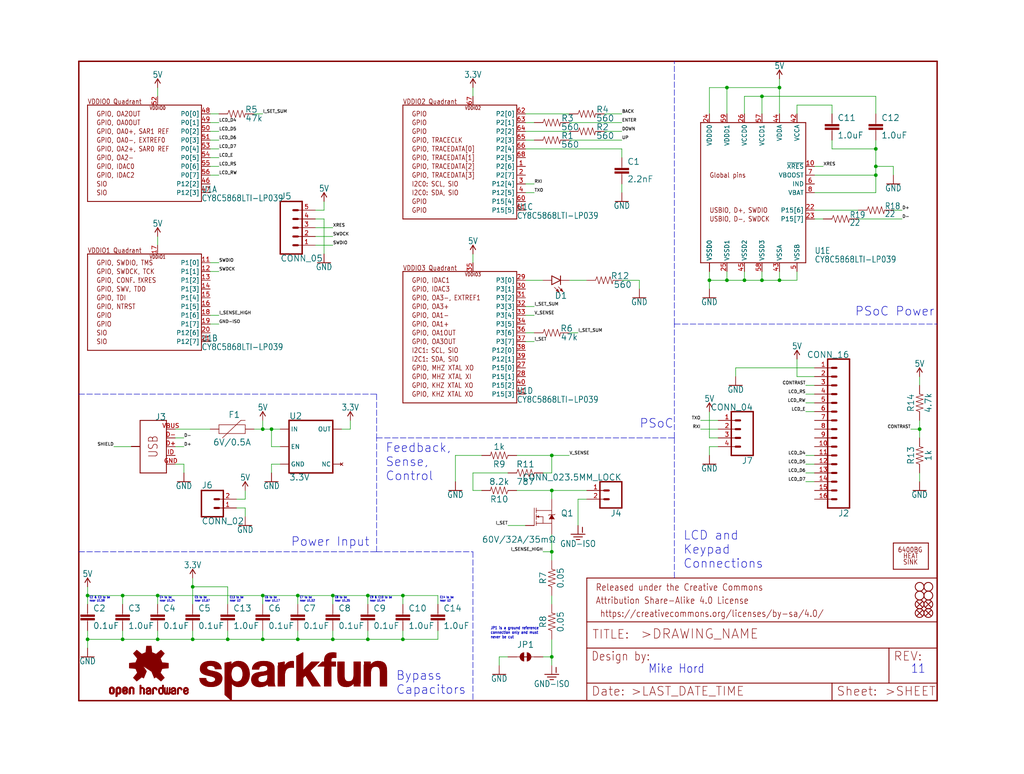
<source format=kicad_sch>
(kicad_sch (version 20211123) (generator eeschema)
  (paper "User" 297.002 224.434)
  (lib_symbols
    (symbol "eagleSchem-eagle-import:0.05OHM-2512-3W-1%"
      (property "Reference" "R" (at 0 1.524 0))
      (property "Value" "0.05OHM-2512-3W-1%" (at 0 -1.524 0))
      (symbol "0.05OHM-2512-3W-1%_1_0"
        (pin passive line (at -5.08 0 0) (length 2.54) (name "1") (number "P$1"))
        (pin passive line (at 5.08 0 180) (length 2.54) (name "2") (number "P$2"))
      )
    )
    (symbol "eagleSchem-eagle-import:0.1UF-0402-16V-10%"
      (property "Reference" "C" (at 1.524 2.921 0))
      (property "Value" "0.1UF-0402-16V-10%" (at 1.524 -2.159 0))
      (symbol "0.1UF-0402-16V-10%_1_0"
        (pin passive line (at 0 5.08 270) (length 2.54) (name "1") (number "1"))
        (pin passive line (at 0 -2.54 90) (length 2.54) (name "2") (number "2"))
      )
    )
    (symbol "eagleSchem-eagle-import:1.0UF-0402-16V-10%"
      (property "Reference" "C" (at 1.524 2.921 0))
      (property "Value" "1.0UF-0402-16V-10%" (at 1.524 -2.159 0))
      (symbol "1.0UF-0402-16V-10%_1_0"
        (pin passive line (at 0 5.08 270) (length 2.54) (name "1") (number "1"))
        (pin passive line (at 0 -2.54 90) (length 2.54) (name "2") (number "2"))
      )
    )
    (symbol "eagleSchem-eagle-import:1KOHM-0603-1{slash}10W-1%"
      (property "Reference" "R" (at 0 1.524 0))
      (property "Value" "1KOHM-0603-1{slash}10W-1%" (at 0 -1.524 0))
      (symbol "1KOHM-0603-1{slash}10W-1%_1_0"
        (pin passive line (at -5.08 0 0) (length 2.54) (name "1") (number "1"))
        (pin passive line (at 5.08 0 180) (length 2.54) (name "2") (number "2"))
      )
    )
    (symbol "eagleSchem-eagle-import:2.2NF{slash}2200PF-0603-50V-10%"
      (property "Reference" "C" (at 1.524 2.921 0))
      (property "Value" "2.2NF{slash}2200PF-0603-50V-10%" (at 1.524 -2.159 0))
      (symbol "2.2NF{slash}2200PF-0603-50V-10%_1_0"
        (pin passive line (at 0 5.08 270) (length 2.54) (name "1") (number "1"))
        (pin passive line (at 0 -2.54 90) (length 2.54) (name "2") (number "2"))
      )
    )
    (symbol "eagleSchem-eagle-import:22OHM1{slash}10W1%(0402)"
      (property "Value" "22OHM1{slash}10W1%(0402)" (at -3.81 -3.302 0))
      (symbol "22OHM1{slash}10W1%(0402)_1_0"
        (pin passive line (at -5.08 0 0) (length 2.54) (name "1") (number "1"))
        (pin passive line (at 5.08 0 180) (length 2.54) (name "2") (number "2"))
      )
    )
    (symbol "eagleSchem-eagle-import:3.3V" (power)
      (property "Value" "3.3V" (at 0 2.794 0))
      (symbol "3.3V_1_0"
        (pin power_in line (at 0 0 90) (length 2.54) (name "3.3V") (number "1"))
      )
    )
    (symbol "eagleSchem-eagle-import:4.7KOHM-0603-1{slash}10W-1%"
      (property "Reference" "R" (at 0 1.524 0))
      (property "Value" "4.7KOHM-0603-1{slash}10W-1%" (at 0 -1.524 0))
      (symbol "4.7KOHM-0603-1{slash}10W-1%_1_0"
        (pin passive line (at -5.08 0 0) (length 2.54) (name "1") (number "1"))
        (pin passive line (at 5.08 0 180) (length 2.54) (name "2") (number "2"))
      )
    )
    (symbol "eagleSchem-eagle-import:47KOHM-0603-1{slash}10W-1%"
      (property "Reference" "R" (at 0 1.524 0))
      (property "Value" "47KOHM-0603-1{slash}10W-1%" (at 0 -1.524 0))
      (symbol "47KOHM-0603-1{slash}10W-1%_1_0"
        (pin passive line (at -5.08 0 0) (length 2.54) (name "1") (number "1"))
        (pin passive line (at 5.08 0 180) (length 2.54) (name "2") (number "2"))
      )
    )
    (symbol "eagleSchem-eagle-import:560OHM_0402_1%"
      (property "Reference" "R" (at 0 1.524 0))
      (property "Value" "560OHM_0402_1%" (at 0 -1.524 0))
      (symbol "560OHM_0402_1%_1_0"
        (pin passive line (at -5.08 0 0) (length 2.54) (name "1") (number "1"))
        (pin passive line (at 5.08 0 180) (length 2.54) (name "2") (number "2"))
      )
    )
    (symbol "eagleSchem-eagle-import:5V" (power)
      (property "Value" "5V" (at 0 2.794 0))
      (symbol "5V_1_0"
        (pin power_in line (at 0 0 90) (length 2.54) (name "5V") (number "1"))
      )
    )
    (symbol "eagleSchem-eagle-import:6400BG_HEATSINK"
      (symbol "6400BG_HEATSINK_1_0"
        (text "6400BG" (at -3.81 2.286 0) (effects (font (size 1.4224 1.209)) (justify left bottom)))
        (text "HEAT" (at -2.286 0.508 0) (effects (font (size 1.4224 1.209)) (justify left bottom)))
        (text "SINK" (at -2.286 -1.27 0) (effects (font (size 1.4224 1.209)) (justify left bottom)))
      )
    )
    (symbol "eagleSchem-eagle-import:787OHM-0603-1{slash}10W-1%"
      (property "Reference" "R" (at 0 1.524 0))
      (property "Value" "787OHM-0603-1{slash}10W-1%" (at 0 -1.524 0))
      (symbol "787OHM-0603-1{slash}10W-1%_1_0"
        (pin passive line (at -5.08 0 0) (length 2.54) (name "1") (number "1"))
        (pin passive line (at 5.08 0 180) (length 2.54) (name "2") (number "2"))
      )
    )
    (symbol "eagleSchem-eagle-import:8.2KOHM-0603-1{slash}10W-5%"
      (property "Reference" "R" (at 0 1.524 0))
      (property "Value" "8.2KOHM-0603-1{slash}10W-5%" (at 0 -1.524 0))
      (symbol "8.2KOHM-0603-1{slash}10W-5%_1_0"
        (pin passive line (at -5.08 0 0) (length 2.54) (name "1") (number "1"))
        (pin passive line (at 5.08 0 180) (length 2.54) (name "2") (number "2"))
      )
    )
    (symbol "eagleSchem-eagle-import:CONN_02"
      (property "Reference" "J" (at -2.54 5.588 0))
      (property "Value" "CONN_02" (at -2.54 -4.826 0))
      (symbol "CONN_02_1_0"
        (pin passive line (at 7.62 0 180) (length 5.08) (name "1") (number "1"))
        (pin passive line (at 7.62 2.54 180) (length 5.08) (name "2") (number "2"))
      )
    )
    (symbol "eagleSchem-eagle-import:CONN_023.5MM_LOCK"
      (property "Reference" "J" (at -2.54 5.588 0))
      (property "Value" "CONN_023.5MM_LOCK" (at -2.54 -4.826 0))
      (symbol "CONN_023.5MM_LOCK_1_0"
        (pin passive line (at 7.62 0 180) (length 5.08) (name "1") (number "1"))
        (pin passive line (at 7.62 2.54 180) (length 5.08) (name "2") (number "2"))
      )
    )
    (symbol "eagleSchem-eagle-import:CONN_04"
      (property "Reference" "J" (at -5.08 8.128 0))
      (property "Value" "CONN_04" (at -5.08 -7.366 0))
      (symbol "CONN_04_1_0"
        (pin passive line (at 5.08 -2.54 180) (length 5.08) (name "1") (number "1"))
        (pin passive line (at 5.08 0 180) (length 5.08) (name "2") (number "2"))
        (pin passive line (at 5.08 2.54 180) (length 5.08) (name "3") (number "3"))
        (pin passive line (at 5.08 5.08 180) (length 5.08) (name "4") (number "4"))
      )
    )
    (symbol "eagleSchem-eagle-import:CONN_05"
      (property "Reference" "J" (at -2.54 8.128 0))
      (property "Value" "CONN_05" (at -2.54 -9.906 0))
      (symbol "CONN_05_1_0"
        (pin passive line (at 7.62 -5.08 180) (length 5.08) (name "1") (number "1"))
        (pin passive line (at 7.62 -2.54 180) (length 5.08) (name "2") (number "2"))
        (pin passive line (at 7.62 0 180) (length 5.08) (name "3") (number "3"))
        (pin passive line (at 7.62 2.54 180) (length 5.08) (name "4") (number "4"))
        (pin passive line (at 7.62 5.08 180) (length 5.08) (name "5") (number "5"))
      )
    )
    (symbol "eagleSchem-eagle-import:CONN_16"
      (property "Reference" "J" (at 0 20.828 0))
      (property "Value" "CONN_16" (at 0 -25.146 0))
      (symbol "CONN_16_1_0"
        (pin passive line (at 10.16 -20.32 180) (length 5.08) (name "1") (number "1"))
        (pin passive line (at 10.16 2.54 180) (length 5.08) (name "10") (number "10"))
        (pin passive line (at 10.16 5.08 180) (length 5.08) (name "11") (number "11"))
        (pin passive line (at 10.16 7.62 180) (length 5.08) (name "12") (number "12"))
        (pin passive line (at 10.16 10.16 180) (length 5.08) (name "13") (number "13"))
        (pin passive line (at 10.16 12.7 180) (length 5.08) (name "14") (number "14"))
        (pin passive line (at 10.16 15.24 180) (length 5.08) (name "15") (number "15"))
        (pin passive line (at 10.16 17.78 180) (length 5.08) (name "16") (number "16"))
        (pin passive line (at 10.16 -17.78 180) (length 5.08) (name "2") (number "2"))
        (pin passive line (at 10.16 -15.24 180) (length 5.08) (name "3") (number "3"))
        (pin passive line (at 10.16 -12.7 180) (length 5.08) (name "4") (number "4"))
        (pin passive line (at 10.16 -10.16 180) (length 5.08) (name "5") (number "5"))
        (pin passive line (at 10.16 -7.62 180) (length 5.08) (name "6") (number "6"))
        (pin passive line (at 10.16 -5.08 180) (length 5.08) (name "7") (number "7"))
        (pin passive line (at 10.16 -2.54 180) (length 5.08) (name "8") (number "8"))
        (pin passive line (at 10.16 0 180) (length 5.08) (name "9") (number "9"))
      )
    )
    (symbol "eagleSchem-eagle-import:FIDUCIAL1X2")
    (symbol "eagleSchem-eagle-import:FRAME-LETTER"
      (symbol "FRAME-LETTER_2_0"
        (text " https://creativecommons.org/licenses/by-sa/4.0/" (at 2.54 24.13 0) (effects (font (size 1.9304 1.6408)) (justify left bottom)))
        (text ">DRAWING_NAME" (at 15.494 17.78 0) (effects (font (size 2.7432 2.7432)) (justify left bottom)))
        (text ">LAST_DATE_TIME" (at 12.7 1.27 0) (effects (font (size 2.54 2.54)) (justify left bottom)))
        (text ">SHEET" (at 86.36 1.27 0) (effects (font (size 2.54 2.54)) (justify left bottom)))
        (text "Attribution Share-Alike 4.0 License" (at 2.54 27.94 0) (effects (font (size 1.9304 1.6408)) (justify left bottom)))
        (text "Date:" (at 1.27 1.27 0) (effects (font (size 2.54 2.54)) (justify left bottom)))
        (text "Design by:" (at 1.27 11.43 0) (effects (font (size 2.54 2.159)) (justify left bottom)))
        (text "Released under the Creative Commons" (at 2.54 31.75 0) (effects (font (size 1.9304 1.6408)) (justify left bottom)))
        (text "REV:" (at 88.9 11.43 0) (effects (font (size 2.54 2.54)) (justify left bottom)))
        (text "Sheet:" (at 72.39 1.27 0) (effects (font (size 2.54 2.54)) (justify left bottom)))
        (text "TITLE:" (at 1.524 17.78 0) (effects (font (size 2.54 2.54)) (justify left bottom)))
      )
    )
    (symbol "eagleSchem-eagle-import:GND" (power)
      (property "Value" "GND" (at 0 -0.254 0))
      (symbol "GND_1_0"
        (pin power_in line (at 0 2.54 270) (length 2.54) (name "GND") (number "1"))
      )
    )
    (symbol "eagleSchem-eagle-import:GND-ISO" (power)
      (property "Value" "GND-ISO" (at 0 -1.778 0))
      (symbol "GND-ISO_1_0"
        (pin power_in line (at 0 2.54 270) (length 2.54) (name "GND-ISO") (number "1"))
      )
    )
    (symbol "eagleSchem-eagle-import:JUMPER-SMT_2_NC_TRACE_NO-SILK"
      (property "Reference" "JP" (at -2.54 2.54 0))
      (property "Value" "JUMPER-SMT_2_NC_TRACE_NO-SILK" (at -2.54 -2.54 0))
      (symbol "JUMPER-SMT_2_NC_TRACE_NO-SILK_1_0"
        (pin passive line (at -5.08 0 0) (length 2.54) (name "1") (number "1"))
        (pin passive line (at 5.08 0 180) (length 2.54) (name "2") (number "2"))
      )
    )
    (symbol "eagleSchem-eagle-import:LED1206-BOTTOM"
      (property "Reference" "D" (at -3.429 -4.572 90))
      (property "Value" "LED1206-BOTTOM" (at 1.905 -4.572 90))
      (symbol "LED1206-BOTTOM_1_0"
        (pin passive line (at 0 2.54 270) (length 2.54) (name "A") (number "A"))
        (pin passive line (at 0 -5.08 90) (length 2.54) (name "C") (number "C"))
      )
    )
    (symbol "eagleSchem-eagle-import:MOSFET-NCH-FQP30N06L"
      (property "Reference" "Q" (at 5.08 0 0))
      (property "Value" "MOSFET-NCH-FQP30N06L" (at 5.08 -2.54 0))
      (symbol "MOSFET-NCH-FQP30N06L_1_0"
        (pin bidirectional line (at -5.08 -2.54 0) (length 2.54) (name "G") (number "1"))
        (pin bidirectional line (at 2.54 5.08 270) (length 2.54) (name "D") (number "2"))
        (pin bidirectional line (at 2.54 -5.08 90) (length 2.54) (name "S") (number "3"))
      )
    )
    (symbol "eagleSchem-eagle-import:OSHW-LOGOM")
    (symbol "eagleSchem-eagle-import:PPTC_HALF-AMP"
      (property "Reference" "F" (at 1.905 3.175 0))
      (property "Value" "PPTC_HALF-AMP" (at 1.27 -2.794 0))
      (symbol "PPTC_HALF-AMP_1_0"
        (pin bidirectional line (at -5.08 0 0) (length 2.54) (name "1") (number "1"))
        (pin bidirectional line (at 7.62 0 180) (length 2.54) (name "2") (number "2"))
      )
    )
    (symbol "eagleSchem-eagle-import:PSOC_5LP_68QFN"
      (property "Reference" "U" (at 33.02 2.54 0))
      (property "Value" "PSOC_5LP_68QFN" (at 33.02 0 0))
      (symbol "PSOC_5LP_68QFN_1_0"
        (text "GPIO, IDAC0" (at 2.54 10.16 0) (effects (font (size 1.4224 1.209)) (justify left)))
        (text "GPIO, IDAC2" (at 2.54 7.62 0) (effects (font (size 1.4224 1.209)) (justify left)))
        (text "GPIO, OA0+, SAR1 REF" (at 2.54 20.32 0) (effects (font (size 1.4224 1.209)) (justify left)))
        (text "GPIO, OA0-, EXTREF0" (at 2.54 17.78 0) (effects (font (size 1.4224 1.209)) (justify left)))
        (text "GPIO, OA0OUT" (at 2.54 22.86 0) (effects (font (size 1.4224 1.209)) (justify left)))
        (text "GPIO, OA2+, SAR0 REF" (at 2.54 15.24 0) (effects (font (size 1.4224 1.209)) (justify left)))
        (text "GPIO, OA2-" (at 2.54 12.7 0) (effects (font (size 1.4224 1.209)) (justify left)))
        (text "GPIO, OA2OUT" (at 2.54 25.4 0) (effects (font (size 1.4224 1.209)) (justify left)))
        (text "SIO" (at 2.54 2.54 0) (effects (font (size 1.4224 1.209)) (justify left)))
        (text "SIO" (at 2.54 5.08 0) (effects (font (size 1.4224 1.209)) (justify left)))
        (text "VDDIO0" (at 20.32 27.686 0) (effects (font (size 1.016 0.8636)) (justify top)))
        (text "VDDIO0 Quadrant" (at 0 28.956 0) (effects (font (size 1.4224 1.209)) (justify left)))
        (pin bidirectional line (at 35.56 5.08 180) (length 2.54) (name "P12[2]") (number "46"))
        (pin bidirectional line (at 35.56 2.54 180) (length 2.54) (name "P12[3]") (number "47"))
        (pin bidirectional line (at 35.56 25.4 180) (length 2.54) (name "P0[0]") (number "48"))
        (pin bidirectional line (at 35.56 22.86 180) (length 2.54) (name "P0[1]") (number "49"))
        (pin bidirectional line (at 35.56 20.32 180) (length 2.54) (name "P0[2]") (number "50"))
        (pin bidirectional line (at 35.56 17.78 180) (length 2.54) (name "P0[3]") (number "51"))
        (pin bidirectional line (at 20.32 30.48 270) (length 2.54) (name "VDDIO0") (number "52"))
        (pin bidirectional line (at 35.56 15.24 180) (length 2.54) (name "P0[4]") (number "53"))
        (pin bidirectional line (at 35.56 12.7 180) (length 2.54) (name "P0[5]") (number "54"))
        (pin bidirectional line (at 35.56 10.16 180) (length 2.54) (name "P0[6]") (number "55"))
        (pin bidirectional line (at 35.56 7.62 180) (length 2.54) (name "P0[7]") (number "56"))
      )
      (symbol "PSOC_5LP_68QFN_2_0"
        (text "GPIO" (at 2.54 7.62 0) (effects (font (size 1.4224 1.209)) (justify left)))
        (text "GPIO" (at 2.54 10.16 0) (effects (font (size 1.4224 1.209)) (justify left)))
        (text "GPIO, CONF. !XRES" (at 2.54 20.32 0) (effects (font (size 1.4224 1.209)) (justify left)))
        (text "GPIO, NTRST" (at 2.54 12.7 0) (effects (font (size 1.4224 1.209)) (justify left)))
        (text "GPIO, SWDCK, TCK" (at 2.54 22.86 0) (effects (font (size 1.4224 1.209)) (justify left)))
        (text "GPIO, SWDIO, TMS" (at 2.54 25.4 0) (effects (font (size 1.4224 1.209)) (justify left)))
        (text "GPIO, SWV, TDO" (at 2.54 17.78 0) (effects (font (size 1.4224 1.209)) (justify left)))
        (text "GPIO, TDI" (at 2.54 15.24 0) (effects (font (size 1.4224 1.209)) (justify left)))
        (text "SIO" (at 2.54 2.54 0) (effects (font (size 1.4224 1.209)) (justify left)))
        (text "SIO" (at 2.54 5.08 0) (effects (font (size 1.4224 1.209)) (justify left)))
        (text "VDDIO1" (at 20.32 27.686 0) (effects (font (size 1.016 0.8636)) (justify top)))
        (text "VDDIO1 Quadrant" (at 0 28.956 0) (effects (font (size 1.4224 1.209)) (justify left)))
        (pin bidirectional line (at 35.56 25.4 180) (length 2.54) (name "P1[0]") (number "11"))
        (pin bidirectional line (at 35.56 22.86 180) (length 2.54) (name "P1[1]") (number "12"))
        (pin bidirectional line (at 35.56 20.32 180) (length 2.54) (name "P1[2]") (number "13"))
        (pin bidirectional line (at 35.56 17.78 180) (length 2.54) (name "P1[3]") (number "14"))
        (pin bidirectional line (at 35.56 15.24 180) (length 2.54) (name "P1[4]") (number "15"))
        (pin bidirectional line (at 35.56 12.7 180) (length 2.54) (name "P1[5]") (number "16"))
        (pin bidirectional line (at 20.32 30.48 270) (length 2.54) (name "VDDIO1") (number "17"))
        (pin bidirectional line (at 35.56 10.16 180) (length 2.54) (name "P1[6]") (number "18"))
        (pin bidirectional line (at 35.56 7.62 180) (length 2.54) (name "P1[7]") (number "19"))
        (pin bidirectional line (at 35.56 5.08 180) (length 2.54) (name "P12[6]") (number "20"))
        (pin bidirectional line (at 35.56 2.54 180) (length 2.54) (name "P12[7]") (number "21"))
      )
      (symbol "PSOC_5LP_68QFN_3_0"
        (text "GPIO" (at 2.54 2.54 0) (effects (font (size 1.4224 1.209)) (justify left)))
        (text "GPIO" (at 2.54 5.08 0) (effects (font (size 1.4224 1.209)) (justify left)))
        (text "GPIO" (at 2.54 25.4 0) (effects (font (size 1.4224 1.209)) (justify left)))
        (text "GPIO" (at 2.54 27.94 0) (effects (font (size 1.4224 1.209)) (justify left)))
        (text "GPIO" (at 2.54 30.48 0) (effects (font (size 1.4224 1.209)) (justify left)))
        (text "GPIO, TRACECLK" (at 2.54 22.86 0) (effects (font (size 1.4224 1.209)) (justify left)))
        (text "GPIO, TRACEDATA[0]" (at 2.54 20.32 0) (effects (font (size 1.4224 1.209)) (justify left)))
        (text "GPIO, TRACEDATA[1]" (at 2.54 17.78 0) (effects (font (size 1.4224 1.209)) (justify left)))
        (text "GPIO, TRACEDATA[2]" (at 2.54 15.24 0) (effects (font (size 1.4224 1.209)) (justify left)))
        (text "GPIO, TRACEDATA[3]" (at 2.54 12.7 0) (effects (font (size 1.4224 1.209)) (justify left)))
        (text "I2C0: SCL, SIO" (at 2.54 10.16 0) (effects (font (size 1.4224 1.209)) (justify left)))
        (text "I2C0: SDA, SIO" (at 2.54 7.62 0) (effects (font (size 1.4224 1.209)) (justify left)))
        (text "VDDIO2" (at 20.32 32.766 0) (effects (font (size 1.016 0.8636)) (justify top)))
        (text "VDDIO2 Quadrant" (at 0 34.036 0) (effects (font (size 1.4224 1.209)) (justify left)))
        (pin bidirectional line (at 35.56 15.24 180) (length 2.54) (name "P2[6]") (number "1"))
        (pin bidirectional line (at 35.56 12.7 180) (length 2.54) (name "P2[7]") (number "2"))
        (pin bidirectional line (at 35.56 10.16 180) (length 2.54) (name "P12[4]") (number "3"))
        (pin bidirectional line (at 35.56 7.62 180) (length 2.54) (name "P12[5]") (number "4"))
        (pin bidirectional line (at 35.56 5.08 180) (length 2.54) (name "P15[4]") (number "60"))
        (pin bidirectional line (at 35.56 2.54 180) (length 2.54) (name "P15[5]") (number "61"))
        (pin bidirectional line (at 35.56 30.48 180) (length 2.54) (name "P2[0]") (number "62"))
        (pin bidirectional line (at 35.56 27.94 180) (length 2.54) (name "P2[1]") (number "63"))
        (pin bidirectional line (at 35.56 25.4 180) (length 2.54) (name "P2[2]") (number "64"))
        (pin bidirectional line (at 35.56 22.86 180) (length 2.54) (name "P2[3]") (number "65"))
        (pin bidirectional line (at 35.56 20.32 180) (length 2.54) (name "P2[4]") (number "66"))
        (pin bidirectional line (at 20.32 35.56 270) (length 2.54) (name "VDDIO2") (number "67"))
        (pin bidirectional line (at 35.56 17.78 180) (length 2.54) (name "P2[5]") (number "68"))
      )
      (symbol "PSOC_5LP_68QFN_4_0"
        (text "GPIO, IDAC1" (at 2.54 35.56 0) (effects (font (size 1.4224 1.209)) (justify left)))
        (text "GPIO, IDAC3" (at 2.54 33.02 0) (effects (font (size 1.4224 1.209)) (justify left)))
        (text "GPIO, KHZ XTAL XO" (at 2.54 2.54 0) (effects (font (size 1.4224 1.209)) (justify left)))
        (text "GPIO, KHZ XTAL XO" (at 2.54 5.08 0) (effects (font (size 1.4224 1.209)) (justify left)))
        (text "GPIO, MHZ XTAL XI" (at 2.54 7.62 0) (effects (font (size 1.4224 1.209)) (justify left)))
        (text "GPIO, MHZ XTAL XO" (at 2.54 10.16 0) (effects (font (size 1.4224 1.209)) (justify left)))
        (text "GPIO, OA1+" (at 2.54 22.86 0) (effects (font (size 1.4224 1.209)) (justify left)))
        (text "GPIO, OA1-" (at 2.54 25.4 0) (effects (font (size 1.4224 1.209)) (justify left)))
        (text "GPIO, OA1OUT" (at 2.54 20.32 0) (effects (font (size 1.4224 1.209)) (justify left)))
        (text "GPIO, OA3+" (at 2.54 27.94 0) (effects (font (size 1.4224 1.209)) (justify left)))
        (text "GPIO, OA3-, EXTREF1" (at 2.54 30.48 0) (effects (font (size 1.4224 1.209)) (justify left)))
        (text "GPIO, OA3OUT" (at 2.54 17.78 0) (effects (font (size 1.4224 1.209)) (justify left)))
        (text "I2C1: SCL, SIO" (at 2.54 15.24 0) (effects (font (size 1.4224 1.209)) (justify left)))
        (text "I2C1: SDA, SIO" (at 2.54 12.7 0) (effects (font (size 1.4224 1.209)) (justify left)))
        (text "VDDIO3" (at 20.32 37.846 0) (effects (font (size 1.016 0.8636)) (justify top)))
        (text "VDDIO3 Quadrant" (at 0 39.116 0) (effects (font (size 1.4224 1.209)) (justify left)))
        (pin bidirectional line (at 35.56 10.16 180) (length 2.54) (name "P15[0]") (number "27"))
        (pin bidirectional line (at 35.56 7.62 180) (length 2.54) (name "P15[1]") (number "28"))
        (pin bidirectional line (at 35.56 35.56 180) (length 2.54) (name "P3[0]") (number "29"))
        (pin bidirectional line (at 35.56 33.02 180) (length 2.54) (name "P3[1]") (number "30"))
        (pin bidirectional line (at 35.56 30.48 180) (length 2.54) (name "P3[2]") (number "31"))
        (pin bidirectional line (at 35.56 27.94 180) (length 2.54) (name "P3[3]") (number "32"))
        (pin bidirectional line (at 35.56 25.4 180) (length 2.54) (name "P3[4]") (number "33"))
        (pin bidirectional line (at 35.56 22.86 180) (length 2.54) (name "P3[5]") (number "34"))
        (pin bidirectional line (at 20.32 40.64 270) (length 2.54) (name "VDDIO3") (number "35"))
        (pin bidirectional line (at 35.56 20.32 180) (length 2.54) (name "P3[6]") (number "36"))
        (pin bidirectional line (at 35.56 17.78 180) (length 2.54) (name "P3[7]") (number "37"))
        (pin bidirectional line (at 35.56 15.24 180) (length 2.54) (name "P12[0]") (number "38"))
        (pin bidirectional line (at 35.56 12.7 180) (length 2.54) (name "P12[1]") (number "39"))
        (pin bidirectional line (at 35.56 5.08 180) (length 2.54) (name "P15[2]") (number "40"))
        (pin bidirectional line (at 35.56 2.54 180) (length 2.54) (name "P15[3]") (number "41"))
      )
      (symbol "PSOC_5LP_68QFN_5_0"
        (text "Global pins" (at 2.54 25.4 0) (effects (font (size 1.4224 1.209)) (justify left)))
        (text "USBIO, D+, SWDIO" (at 2.54 15.24 0) (effects (font (size 1.4224 1.209)) (justify left)))
        (text "USBIO, D-, SWDCK" (at 2.54 12.7 0) (effects (font (size 1.4224 1.209)) (justify left)))
        (pin bidirectional line (at 33.02 27.94 180) (length 2.54) (name "~{XRES}") (number "10"))
        (pin bidirectional line (at 33.02 15.24 180) (length 2.54) (name "P15[6]") (number "22"))
        (pin bidirectional line (at 33.02 12.7 180) (length 2.54) (name "P15[7]") (number "23"))
        (pin bidirectional line (at 2.54 43.18 270) (length 2.54) (name "VDDD0") (number "24"))
        (pin bidirectional line (at 7.62 -2.54 90) (length 2.54) (name "VSSD1") (number "25"))
        (pin bidirectional line (at 12.7 43.18 270) (length 2.54) (name "VCCD0") (number "26"))
        (pin bidirectional line (at 27.94 43.18 270) (length 2.54) (name "VCCA") (number "42"))
        (pin bidirectional line (at 22.86 -2.54 90) (length 2.54) (name "VSSA") (number "43"))
        (pin bidirectional line (at 22.86 43.18 270) (length 2.54) (name "VDDA") (number "44"))
        (pin bidirectional line (at 12.7 -2.54 90) (length 2.54) (name "VSSD2") (number "45"))
        (pin bidirectional line (at 27.94 -2.54 90) (length 2.54) (name "VSSB") (number "5"))
        (pin bidirectional line (at 17.78 43.18 270) (length 2.54) (name "VCCD1") (number "57"))
        (pin bidirectional line (at 17.78 -2.54 90) (length 2.54) (name "VSSD3") (number "58"))
        (pin bidirectional line (at 7.62 43.18 270) (length 2.54) (name "VDDD1") (number "59"))
        (pin bidirectional line (at 33.02 22.86 180) (length 2.54) (name "IND") (number "6"))
        (pin bidirectional line (at 2.54 -2.54 90) (length 2.54) (name "VSSD0") (number "69"))
        (pin bidirectional line (at 33.02 25.4 180) (length 2.54) (name "VBOOST") (number "7"))
        (pin bidirectional line (at 33.02 20.32 180) (length 2.54) (name "VBAT") (number "8"))
        (pin bidirectional line (at 2.54 -2.54 90) (length 2.54) (name "VSSD0") (number "9"))
      )
    )
    (symbol "eagleSchem-eagle-import:SFE_LOGO_NAME.3_INCH")
    (symbol "eagleSchem-eagle-import:STAND-OFF")
    (symbol "eagleSchem-eagle-import:USB_MICRO-B_HALF_PTH"
      (property "Reference" "J" (at -2.54 7.62 0))
      (property "Value" "USB_MICRO-B_HALF_PTH" (at -2.54 -7.874 0))
      (symbol "USB_MICRO-B_HALF_PTH_1_0"
        (text "USB" (at 2.794 -3.302 900) (effects (font (size 2.54 2.159)) (justify left bottom)))
        (pin bidirectional line (at -5.08 0 0) (length 2.54) (name "D+") (number "D+"))
        (pin bidirectional line (at -5.08 2.54 0) (length 2.54) (name "D-") (number "D-"))
        (pin power_in line (at -5.08 -5.08 0) (length 2.54) (name "GND") (number "GND"))
        (pin bidirectional line (at -5.08 -2.54 0) (length 2.54) (name "ID") (number "ID"))
        (pin bidirectional line (at 7.62 0 180) (length 2.54) (name "SHIELD") (number "P$1"))
        (pin bidirectional line (at 7.62 0 180) (length 2.54) (name "SHIELD") (number "P$10"))
        (pin bidirectional line (at 7.62 0 180) (length 2.54) (name "SHIELD") (number "P$12"))
        (pin bidirectional line (at 7.62 0 180) (length 2.54) (name "SHIELD") (number "P$2"))
        (pin bidirectional line (at 7.62 0 180) (length 2.54) (name "SHIELD") (number "P$3"))
        (pin bidirectional line (at 7.62 0 180) (length 2.54) (name "SHIELD") (number "P$4"))
        (pin bidirectional line (at 7.62 0 180) (length 2.54) (name "SHIELD") (number "P$6"))
        (pin bidirectional line (at 7.62 0 180) (length 2.54) (name "SHIELD") (number "P$8"))
        (pin bidirectional line (at 7.62 0 180) (length 2.54) (name "SHIELD") (number "SHEILD2"))
        (pin bidirectional line (at 7.62 0 180) (length 2.54) (name "SHIELD") (number "SHIELD"))
        (pin bidirectional line (at 7.62 0 180) (length 2.54) (name "SHIELD") (number "SHIELD3"))
        (pin bidirectional line (at 7.62 0 180) (length 2.54) (name "SHIELD") (number "SHIELD4"))
        (pin power_in line (at -5.08 5.08 0) (length 2.54) (name "VBUS") (number "VBUS"))
      )
    )
    (symbol "eagleSchem-eagle-import:V_REG_AP2112K-3.3V"
      (property "Reference" "U" (at -7.62 7.874 0))
      (property "Value" "V_REG_AP2112K-3.3V" (at -7.62 -7.874 0))
      (symbol "V_REG_AP2112K-3.3V_1_0"
        (pin input line (at -10.16 5.08 0) (length 2.54) (name "IN") (number "1"))
        (pin input line (at -10.16 -5.08 0) (length 2.54) (name "GND") (number "2"))
        (pin input line (at -10.16 0 0) (length 2.54) (name "EN") (number "3"))
        (pin no_connect line (at 7.62 -5.08 180) (length 2.54) (name "NC") (number "4"))
        (pin passive line (at 7.62 5.08 180) (length 2.54) (name "OUT") (number "5"))
      )
    )
  )
  (junction (at 160.02 142.24))
  (junction (at 55.88 170.18))
  (junction (at 116.84 185.42))
  (junction (at 106.68 172.72))
  (junction (at 205.74 81.28))
  (junction (at 254 43.18))
  (junction (at 45.72 185.42))
  (junction (at 96.52 185.42))
  (junction (at 210.82 81.28))
  (junction (at 35.56 185.42))
  (junction (at 78.74 124.46))
  (junction (at 220.98 81.28))
  (junction (at 116.84 172.72))
  (junction (at 254 48.26))
  (junction (at 160.02 190.5))
  (junction (at 25.4 185.42))
  (junction (at 76.2 185.42))
  (junction (at 226.06 81.28))
  (junction (at 66.04 185.42))
  (junction (at 76.2 172.72))
  (junction (at 266.7 124.46))
  (junction (at 226.06 25.4))
  (junction (at 45.72 172.72))
  (junction (at 210.82 25.4))
  (junction (at 76.2 124.46))
  (junction (at 86.36 185.42))
  (junction (at 160.02 132.08))
  (junction (at 215.9 81.28))
  (junction (at 55.88 185.42))
  (junction (at 254 50.8))
  (junction (at 220.98 27.94))
  (junction (at 35.56 172.72))
  (junction (at 25.4 172.72))
  (junction (at 106.68 185.42))
  (junction (at 160.02 160.02))
  (junction (at 86.36 172.72))
  (junction (at 96.52 172.72))
  (wire (pts (xy 91.44 71.12) (xy 96.52 71.12)))
  (wire (pts (xy 106.68 185.42) (xy 106.68 182.88)))
  (wire (pts (xy 215.9 81.28) (xy 220.98 81.28)))
  (wire (pts (xy 157.48 190.5) (xy 160.02 190.5)))
  (wire (pts (xy 210.82 78.74) (xy 210.82 81.28)))
  (wire (pts (xy 116.84 185.42) (xy 127 185.42)))
  (polyline (pts (xy 195.58 93.98) (xy 271.78 93.98)))
  (wire (pts (xy 205.74 83.82) (xy 205.74 81.28)))
  (wire (pts (xy 254 48.26) (xy 254 50.8)))
  (wire (pts (xy 78.74 124.46) (xy 76.2 124.46)))
  (wire (pts (xy 152.4 53.34) (xy 154.94 53.34)))
  (wire (pts (xy 68.58 144.78) (xy 71.12 144.78)))
  (wire (pts (xy 236.22 132.08) (xy 233.68 132.08)))
  (polyline (pts (xy 137.16 160.02) (xy 137.16 203.2)))
  (wire (pts (xy 25.4 187.96) (xy 25.4 185.42)))
  (wire (pts (xy 160.02 172.72) (xy 160.02 175.26)))
  (wire (pts (xy 208.28 121.92) (xy 203.2 121.92)))
  (polyline (pts (xy 22.86 114.3) (xy 109.22 114.3)))
  (wire (pts (xy 144.78 193.04) (xy 144.78 190.5)))
  (wire (pts (xy 60.96 124.46) (xy 50.8 124.46)))
  (polyline (pts (xy 109.22 160.02) (xy 109.22 127)))
  (wire (pts (xy 236.22 55.88) (xy 254 55.88)))
  (wire (pts (xy 35.56 185.42) (xy 35.56 182.88)))
  (wire (pts (xy 205.74 25.4) (xy 210.82 25.4)))
  (wire (pts (xy 76.2 124.46) (xy 76.2 121.92)))
  (wire (pts (xy 152.4 33.02) (xy 165.1 33.02)))
  (wire (pts (xy 60.96 45.72) (xy 63.5 45.72)))
  (wire (pts (xy 160.02 132.08) (xy 160.02 137.16)))
  (wire (pts (xy 68.58 147.32) (xy 71.12 147.32)))
  (wire (pts (xy 259.08 48.26) (xy 259.08 50.8)))
  (wire (pts (xy 116.84 172.72) (xy 127 172.72)))
  (wire (pts (xy 266.7 127) (xy 266.7 124.46)))
  (wire (pts (xy 231.14 30.48) (xy 241.3 30.48)))
  (wire (pts (xy 210.82 25.4) (xy 226.06 25.4)))
  (wire (pts (xy 152.4 99.06) (xy 154.94 99.06)))
  (wire (pts (xy 93.98 63.5) (xy 93.98 73.66)))
  (wire (pts (xy 152.4 55.88) (xy 154.94 55.88)))
  (wire (pts (xy 236.22 50.8) (xy 254 50.8)))
  (wire (pts (xy 213.36 106.68) (xy 236.22 106.68)))
  (wire (pts (xy 63.5 93.98) (xy 60.96 93.98)))
  (wire (pts (xy 55.88 170.18) (xy 66.04 170.18)))
  (wire (pts (xy 60.96 43.18) (xy 63.5 43.18)))
  (wire (pts (xy 45.72 27.94) (xy 45.72 25.4)))
  (wire (pts (xy 248.92 63.5) (xy 261.62 63.5)))
  (wire (pts (xy 157.48 137.16) (xy 160.02 137.16)))
  (wire (pts (xy 35.56 172.72) (xy 35.56 175.26)))
  (wire (pts (xy 60.96 78.74) (xy 63.5 78.74)))
  (wire (pts (xy 165.1 35.56) (xy 180.34 35.56)))
  (wire (pts (xy 45.72 185.42) (xy 55.88 185.42)))
  (wire (pts (xy 71.12 144.78) (xy 71.12 142.24)))
  (polyline (pts (xy 109.22 160.02) (xy 137.16 160.02)))
  (wire (pts (xy 38.1 129.54) (xy 33.02 129.54)))
  (wire (pts (xy 86.36 172.72) (xy 96.52 172.72)))
  (wire (pts (xy 116.84 175.26) (xy 116.84 172.72)))
  (wire (pts (xy 220.98 33.02) (xy 220.98 27.94)))
  (wire (pts (xy 215.9 27.94) (xy 215.9 33.02)))
  (wire (pts (xy 55.88 185.42) (xy 66.04 185.42)))
  (wire (pts (xy 241.3 30.48) (xy 241.3 33.02)))
  (wire (pts (xy 25.4 175.26) (xy 25.4 172.72)))
  (wire (pts (xy 96.52 185.42) (xy 106.68 185.42)))
  (wire (pts (xy 254 43.18) (xy 254 48.26)))
  (wire (pts (xy 208.28 124.46) (xy 203.2 124.46)))
  (wire (pts (xy 127 185.42) (xy 127 182.88)))
  (wire (pts (xy 96.52 185.42) (xy 96.52 182.88)))
  (wire (pts (xy 236.22 119.38) (xy 233.68 119.38)))
  (wire (pts (xy 149.86 132.08) (xy 160.02 132.08)))
  (wire (pts (xy 106.68 185.42) (xy 116.84 185.42)))
  (wire (pts (xy 185.42 81.28) (xy 185.42 83.82)))
  (wire (pts (xy 53.34 134.62) (xy 53.34 137.16)))
  (wire (pts (xy 55.88 170.18) (xy 55.88 167.64)))
  (wire (pts (xy 78.74 134.62) (xy 81.28 134.62)))
  (wire (pts (xy 259.08 60.96) (xy 261.62 60.96)))
  (wire (pts (xy 213.36 109.22) (xy 213.36 106.68)))
  (wire (pts (xy 139.7 132.08) (xy 132.08 132.08)))
  (wire (pts (xy 231.14 109.22) (xy 236.22 109.22)))
  (wire (pts (xy 152.4 35.56) (xy 154.94 35.56)))
  (wire (pts (xy 45.72 172.72) (xy 76.2 172.72)))
  (wire (pts (xy 226.06 81.28) (xy 231.14 81.28)))
  (wire (pts (xy 266.7 124.46) (xy 266.7 121.92)))
  (wire (pts (xy 160.02 160.02) (xy 157.48 160.02)))
  (wire (pts (xy 205.74 129.54) (xy 208.28 129.54)))
  (wire (pts (xy 96.52 172.72) (xy 96.52 175.26)))
  (wire (pts (xy 160.02 142.24) (xy 170.18 142.24)))
  (wire (pts (xy 91.44 68.58) (xy 96.52 68.58)))
  (wire (pts (xy 139.7 142.24) (xy 137.16 142.24)))
  (wire (pts (xy 160.02 190.5) (xy 160.02 193.04)))
  (wire (pts (xy 236.22 60.96) (xy 248.92 60.96)))
  (wire (pts (xy 154.94 96.52) (xy 152.4 96.52)))
  (wire (pts (xy 220.98 81.28) (xy 226.06 81.28)))
  (wire (pts (xy 60.96 35.56) (xy 63.5 35.56)))
  (wire (pts (xy 241.3 43.18) (xy 254 43.18)))
  (wire (pts (xy 86.36 172.72) (xy 86.36 175.26)))
  (wire (pts (xy 254 50.8) (xy 254 55.88)))
  (wire (pts (xy 76.2 172.72) (xy 76.2 175.26)))
  (wire (pts (xy 149.86 142.24) (xy 160.02 142.24)))
  (wire (pts (xy 60.96 76.2) (xy 63.5 76.2)))
  (wire (pts (xy 152.4 91.44) (xy 154.94 91.44)))
  (wire (pts (xy 236.22 139.7) (xy 233.68 139.7)))
  (wire (pts (xy 78.74 129.54) (xy 78.74 124.46)))
  (wire (pts (xy 144.78 190.5) (xy 147.32 190.5)))
  (wire (pts (xy 91.44 66.04) (xy 96.52 66.04)))
  (wire (pts (xy 137.16 73.66) (xy 137.16 76.2)))
  (wire (pts (xy 180.34 81.28) (xy 185.42 81.28)))
  (wire (pts (xy 205.74 127) (xy 205.74 119.38)))
  (wire (pts (xy 45.72 71.12) (xy 45.72 68.58)))
  (wire (pts (xy 236.22 63.5) (xy 238.76 63.5)))
  (polyline (pts (xy 22.86 160.02) (xy 109.22 160.02)))
  (wire (pts (xy 137.16 142.24) (xy 137.16 137.16)))
  (wire (pts (xy 170.18 81.28) (xy 165.1 81.28)))
  (wire (pts (xy 160.02 160.02) (xy 160.02 154.94)))
  (wire (pts (xy 226.06 33.02) (xy 226.06 25.4)))
  (wire (pts (xy 50.8 129.54) (xy 53.34 129.54)))
  (wire (pts (xy 236.22 48.26) (xy 238.76 48.26)))
  (polyline (pts (xy 195.58 93.98) (xy 195.58 17.78)))
  (wire (pts (xy 205.74 81.28) (xy 210.82 81.28)))
  (wire (pts (xy 152.4 81.28) (xy 157.48 81.28)))
  (wire (pts (xy 99.06 124.46) (xy 101.6 124.46)))
  (polyline (pts (xy 195.58 127) (xy 195.58 93.98)))
  (wire (pts (xy 101.6 124.46) (xy 101.6 121.92)))
  (wire (pts (xy 220.98 78.74) (xy 220.98 81.28)))
  (wire (pts (xy 180.34 53.34) (xy 180.34 55.88)))
  (wire (pts (xy 73.66 33.02) (xy 76.2 33.02)))
  (wire (pts (xy 93.98 60.96) (xy 93.98 58.42)))
  (wire (pts (xy 231.14 104.14) (xy 231.14 109.22)))
  (wire (pts (xy 233.68 111.76) (xy 236.22 111.76)))
  (wire (pts (xy 81.28 124.46) (xy 78.74 124.46)))
  (wire (pts (xy 220.98 27.94) (xy 215.9 27.94)))
  (wire (pts (xy 66.04 185.42) (xy 76.2 185.42)))
  (wire (pts (xy 76.2 185.42) (xy 76.2 182.88)))
  (wire (pts (xy 236.22 114.3) (xy 233.68 114.3)))
  (wire (pts (xy 35.56 172.72) (xy 45.72 172.72)))
  (wire (pts (xy 175.26 38.1) (xy 180.34 38.1)))
  (wire (pts (xy 236.22 137.16) (xy 233.68 137.16)))
  (wire (pts (xy 66.04 182.88) (xy 66.04 185.42)))
  (wire (pts (xy 66.04 170.18) (xy 66.04 175.26)))
  (wire (pts (xy 254 27.94) (xy 254 33.02)))
  (wire (pts (xy 208.28 127) (xy 205.74 127)))
  (wire (pts (xy 91.44 63.5) (xy 93.98 63.5)))
  (wire (pts (xy 180.34 43.18) (xy 180.34 45.72)))
  (wire (pts (xy 71.12 147.32) (xy 71.12 149.86)))
  (wire (pts (xy 45.72 172.72) (xy 45.72 175.26)))
  (wire (pts (xy 152.4 40.64) (xy 154.94 40.64)))
  (wire (pts (xy 76.2 172.72) (xy 86.36 172.72)))
  (wire (pts (xy 55.88 185.42) (xy 55.88 182.88)))
  (wire (pts (xy 205.74 25.4) (xy 205.74 33.02)))
  (wire (pts (xy 50.8 127) (xy 53.34 127)))
  (wire (pts (xy 215.9 78.74) (xy 215.9 81.28)))
  (wire (pts (xy 231.14 81.28) (xy 231.14 78.74)))
  (wire (pts (xy 226.06 78.74) (xy 226.06 81.28)))
  (wire (pts (xy 76.2 185.42) (xy 86.36 185.42)))
  (wire (pts (xy 91.44 60.96) (xy 93.98 60.96)))
  (wire (pts (xy 254 48.26) (xy 259.08 48.26)))
  (wire (pts (xy 78.74 137.16) (xy 78.74 134.62)))
  (wire (pts (xy 241.3 40.64) (xy 241.3 43.18)))
  (wire (pts (xy 226.06 25.4) (xy 226.06 22.86)))
  (wire (pts (xy 60.96 33.02) (xy 63.5 33.02)))
  (wire (pts (xy 60.96 38.1) (xy 63.5 38.1)))
  (wire (pts (xy 170.18 144.78) (xy 167.64 144.78)))
  (wire (pts (xy 116.84 172.72) (xy 106.68 172.72)))
  (wire (pts (xy 73.66 124.46) (xy 76.2 124.46)))
  (wire (pts (xy 25.4 170.18) (xy 25.4 172.72)))
  (wire (pts (xy 116.84 185.42) (xy 116.84 182.88)))
  (wire (pts (xy 167.64 144.78) (xy 167.64 152.4)))
  (wire (pts (xy 165.1 40.64) (xy 180.34 40.64)))
  (wire (pts (xy 236.22 134.62) (xy 233.68 134.62)))
  (wire (pts (xy 25.4 185.42) (xy 35.56 185.42)))
  (wire (pts (xy 152.4 38.1) (xy 165.1 38.1)))
  (wire (pts (xy 81.28 129.54) (xy 78.74 129.54)))
  (wire (pts (xy 205.74 132.08) (xy 205.74 129.54)))
  (wire (pts (xy 60.96 50.8) (xy 63.5 50.8)))
  (wire (pts (xy 63.5 91.44) (xy 60.96 91.44)))
  (polyline (pts (xy 109.22 127) (xy 195.58 127)))
  (wire (pts (xy 60.96 40.64) (xy 63.5 40.64)))
  (wire (pts (xy 127 172.72) (xy 127 175.26)))
  (wire (pts (xy 25.4 182.88) (xy 25.4 185.42)))
  (wire (pts (xy 160.02 162.56) (xy 160.02 160.02)))
  (wire (pts (xy 175.26 33.02) (xy 180.34 33.02)))
  (wire (pts (xy 231.14 33.02) (xy 231.14 30.48)))
  (wire (pts (xy 266.7 137.16) (xy 266.7 139.7)))
  (wire (pts (xy 137.16 25.4) (xy 137.16 27.94)))
  (wire (pts (xy 160.02 185.42) (xy 160.02 190.5)))
  (wire (pts (xy 25.4 172.72) (xy 35.56 172.72)))
  (wire (pts (xy 106.68 172.72) (xy 96.52 172.72)))
  (wire (pts (xy 152.4 43.18) (xy 180.34 43.18)))
  (wire (pts (xy 152.4 152.4) (xy 147.32 152.4)))
  (wire (pts (xy 160.02 144.78) (xy 160.02 142.24)))
  (wire (pts (xy 210.82 25.4) (xy 210.82 33.02)))
  (wire (pts (xy 266.7 109.22) (xy 266.7 111.76)))
  (wire (pts (xy 152.4 88.9) (xy 154.94 88.9)))
  (wire (pts (xy 165.1 96.52) (xy 167.64 96.52)))
  (wire (pts (xy 160.02 132.08) (xy 165.1 132.08)))
  (wire (pts (xy 132.08 132.08) (xy 132.08 139.7)))
  (wire (pts (xy 86.36 185.42) (xy 96.52 185.42)))
  (wire (pts (xy 220.98 27.94) (xy 254 27.94)))
  (wire (pts (xy 266.7 124.46) (xy 264.16 124.46)))
  (wire (pts (xy 137.16 137.16) (xy 147.32 137.16)))
  (wire (pts (xy 236.22 116.84) (xy 233.68 116.84)))
  (wire (pts (xy 45.72 185.42) (xy 45.72 182.88)))
  (polyline (pts (xy 109.22 114.3) (xy 109.22 127)))
  (wire (pts (xy 210.82 81.28) (xy 215.9 81.28)))
  (polyline (pts (xy 195.58 127) (xy 195.58 167.64)))
  (wire (pts (xy 35.56 185.42) (xy 45.72 185.42)))
  (wire (pts (xy 50.8 134.62) (xy 53.34 134.62)))
  (wire (pts (xy 205.74 81.28) (xy 205.74 78.74)))
  (wire (pts (xy 254 43.18) (xy 254 40.64)))
  (wire (pts (xy 86.36 185.42) (xy 86.36 182.88)))
  (wire (pts (xy 106.68 175.26) (xy 106.68 172.72)))
  (wire (pts (xy 60.96 48.26) (xy 63.5 48.26)))
  (wire (pts (xy 55.88 175.26) (xy 55.88 170.18)))
  (text "C2 & C3 to be\nnear U1.59" (at 25.908 174.752 180) (effects (font (size 0.6096 0.5181)) (justify left bottom)))
  (text "LCD and\nKeypad\nConnections" (at 198.12 165.1 180) (effects (font (size 2.54 2.54)) (justify left bottom)))
  (text "Bypass\nCapacitors" (at 114.808 201.676 180) (effects (font (size 2.54 2.54)) (justify left bottom)))
  (text "C14 to be\nnear U2" (at 127.508 174.752 180) (effects (font (size 0.6096 0.5181)) (justify left bottom)))
  (text "C9 & C10 to be\nnear U1.44" (at 107.188 174.752 180) (effects (font (size 0.6096 0.5181)) (justify left bottom)))
  (text "C4 to be\nnear U1.24" (at 46.228 174.752 180) (effects (font (size 0.6096 0.5181)) (justify left bottom)))
  (text "11" (at 264.16 195.58 180) (effects (font (size 2.54 2.159)) (justify left bottom)))
  (text "Power Input" (at 84.328 158.75 180) (effects (font (size 2.54 2.54)) (justify left bottom)))
  (text "JP1 is a ground reference\nconnection only and must\nnever be cut~{}" (at 142.24 185.42 0) (effects (font (size 0.8128 0.6908)) (justify left bottom)))
  (text "C13 to be\nnear U2" (at 66.548 174.752 180) (effects (font (size 0.6096 0.5181)) (justify left bottom)))
  (text "C8 to be\nnear U1.35" (at 97.028 174.752 180) (effects (font (size 0.6096 0.5181)) (justify left bottom)))
  (text "C7 to be\nnear U1.52" (at 86.868 174.752 180) (effects (font (size 0.6096 0.5181)) (justify left bottom)))
  (text "C5 to be\nnear U1.67" (at 56.388 174.752 180) (effects (font (size 0.6096 0.5181)) (justify left bottom)))
  (text "C6 to be\nnear U1.17" (at 76.708 174.752 180) (effects (font (size 0.6096 0.5181)) (justify left bottom)))
  (text "PSoC" (at 185.42 124.46 180) (effects (font (size 2.54 2.54)) (justify left bottom)))
  (text "PSoC Power" (at 247.904 91.948 180) (effects (font (size 2.54 2.54)) (justify left bottom)))
  (text "Mike Hord" (at 187.96 195.58 180) (effects (font (size 2.54 2.159)) (justify left bottom)))
  (text "Feedback,\nSense,\nControl" (at 111.76 139.7 180) (effects (font (size 2.54 2.54)) (justify left bottom)))
  (label "CONTRAST" (at 233.68 111.76 180) (effects (font (size 0.889 0.889))))
  (label "D+" (at 53.34 129.54 0) (effects (font (size 0.889 0.889))))
  (label "LCD_D7" (at 63.5 43.18 0) (effects (font (size 0.889 0.889))))
  (label "I_SET" (at 147.32 152.4 180) (effects (font (size 0.889 0.889))))
  (label "LCD_RS" (at 233.68 114.3 180) (effects (font (size 0.889 0.889))))
  (label "I_SET" (at 154.94 99.06 0) (effects (font (size 0.889 0.889))))
  (label "TXO" (at 154.94 55.88 0) (effects (font (size 0.889 0.889))))
  (label "LCD_D6" (at 233.68 137.16 180) (effects (font (size 0.889 0.889))))
  (label "D+" (at 261.62 60.96 0) (effects (font (size 0.889 0.889))))
  (label "LCD_D6" (at 63.5 40.64 0) (effects (font (size 0.889 0.889))))
  (label "LCD_D4" (at 63.5 35.56 0) (effects (font (size 0.889 0.889))))
  (label "I_SET_SUM" (at 154.94 88.9 0) (effects (font (size 0.889 0.889))))
  (label "XRES" (at 238.76 48.26 0) (effects (font (size 0.889 0.889))))
  (label "LCD_D7" (at 233.68 139.7 180) (effects (font (size 0.889 0.889))))
  (label "BACK" (at 180.34 33.02 0) (effects (font (size 0.889 0.889))))
  (label "LCD_RW" (at 233.68 116.84 180) (effects (font (size 0.889 0.889))))
  (label "RXI" (at 154.94 53.34 0) (effects (font (size 0.889 0.889))))
  (label "I_SET_SUM" (at 167.64 96.52 0) (effects (font (size 0.889 0.889))))
  (label "LCD_E" (at 233.68 119.38 180) (effects (font (size 0.889 0.889))))
  (label "D-" (at 261.62 63.5 0) (effects (font (size 0.889 0.889))))
  (label "UP" (at 180.34 40.64 0) (effects (font (size 0.889 0.889))))
  (label "LCD_RS" (at 63.5 48.26 0) (effects (font (size 0.889 0.889))))
  (label "SWDIO" (at 96.52 71.12 0) (effects (font (size 0.889 0.889))))
  (label "V_SENSE" (at 154.94 91.44 0) (effects (font (size 0.889 0.889))))
  (label "SWDCK" (at 96.52 68.58 0) (effects (font (size 0.889 0.889))))
  (label "SWDIO" (at 63.5 76.2 0) (effects (font (size 0.889 0.889))))
  (label "LCD_D4" (at 233.68 132.08 180) (effects (font (size 0.889 0.889))))
  (label "CONTRAST" (at 264.16 124.46 180) (effects (font (size 0.889 0.889))))
  (label "TXO" (at 203.2 121.92 180) (effects (font (size 0.889 0.889))))
  (label "I_SET_SUM" (at 76.2 33.02 0) (effects (font (size 0.889 0.889))))
  (label "LCD_D5" (at 233.68 134.62 180) (effects (font (size 0.889 0.889))))
  (label "SHIELD" (at 33.02 129.54 180) (effects (font (size 0.889 0.889))))
  (label "LCD_D5" (at 63.5 38.1 0) (effects (font (size 0.889 0.889))))
  (label "DOWN" (at 180.34 38.1 0) (effects (font (size 0.889 0.889))))
  (label "LCD_E" (at 63.5 45.72 0) (effects (font (size 0.889 0.889))))
  (label "V_SENSE" (at 165.1 132.08 0) (effects (font (size 0.889 0.889))))
  (label "ENTER" (at 180.34 35.56 0) (effects (font (size 0.889 0.889))))
  (label "RXI" (at 203.2 124.46 180) (effects (font (size 0.889 0.889))))
  (label "I_SENSE_HIGH" (at 157.48 160.02 180) (effects (font (size 0.889 0.889))))
  (label "GND-ISO" (at 63.5 93.98 0) (effects (font (size 0.889 0.889))))
  (label "I_SENSE_HIGH" (at 63.5 91.44 0) (effects (font (size 0.889 0.889))))
  (label "SWDCK" (at 63.5 78.74 0) (effects (font (size 0.889 0.889))))
  (label "D-" (at 53.34 127 0) (effects (font (size 0.889 0.889))))
  (label "LCD_RW" (at 63.5 50.8 0) (effects (font (size 0.889 0.889))))
  (label "XRES" (at 96.52 66.04 0) (effects (font (size 0.889 0.889))))
  (symbol (lib_id "eagleSchem-eagle-import:1KOHM-0603-1{slash}10W-1%") (at 144.78 132.08 180) (unit 1)
    (property "Reference" "R9" (at 144.78 133.604 0) (effects (font (size 1.778 1.778)) (justify bottom)))
    (property "Value" "1k" (at 144.78 130.556 0) (effects (font (size 1.778 1.778)) (justify top)))
    (property "Footprint" "eagleSchem:0603" (effects hide))
  )
  (symbol (lib_id "eagleSchem-eagle-import:1.0UF-0402-16V-10%") (at 35.56 180.34 0) (unit 1)
    (property "Reference" "C3" (at 37.084 177.419 0) (effects (font (size 1.778 1.778)) (justify left bottom)))
    (property "Value" "1.0uF" (at 37.084 182.499 0) (effects (font (size 1.778 1.778)) (justify left bottom)))
    (property "Footprint" "eagleSchem:0402" (effects hide))
  )
  (symbol (lib_id "eagleSchem-eagle-import:560OHM_0402_1%") (at 175.26 81.28 0) (unit 1)
    (property "Reference" "R12" (at 179.832 81.026 0) (effects (font (size 1.778 1.778)) (justify bottom)))
    (property "Value" "560" (at 180.594 81.534 0) (effects (font (size 1.778 1.778)) (justify top)))
    (property "Footprint" "eagleSchem:0402" (effects hide))
  )
  (symbol (lib_id "eagleSchem-eagle-import:CONN_023.5MM_LOCK") (at 177.8 142.24 180) (unit 1)
    (property "Reference" "J4" (at 180.34 147.828 0) (effects (font (size 1.778 1.778)) (justify left bottom)))
    (property "Value" "CONN_023.5MM_LOCK" (at 180.34 137.414 0) (effects (font (size 1.778 1.778)) (justify left bottom)))
    (property "Footprint" "eagleSchem:SCREWTERMINAL-3.5MM-2_LOCK" (effects hide))
  )
  (symbol (lib_id "eagleSchem-eagle-import:STAND-OFF") (at 266.7 172.72 0) (unit 1)
    (property "Reference" "H3" (effects hide))
    (property "Value" "STAND-OFF" (effects hide))
    (property "Footprint" "eagleSchem:STAND-OFF" (effects hide))
  )
  (symbol (lib_id "eagleSchem-eagle-import:JUMPER-SMT_2_NC_TRACE_NO-SILK") (at 152.4 190.5 0) (unit 1)
    (property "Reference" "JP1" (at 149.86 187.96 0) (effects (font (size 1.778 1.778)) (justify left bottom)))
    (property "Value" "JUMPER-SMT_2_NC_TRACE_NO-SILK" (effects hide))
    (property "Footprint" "eagleSchem:SMT-JUMPER_2_NC_TRACE_NO-SILK" (effects hide))
  )
  (symbol (lib_id "eagleSchem-eagle-import:22OHM1{slash}10W1%(0402)") (at 254 60.96 0) (unit 1)
    (property "Reference" "R18" (at 256.54 60.7314 0) (effects (font (size 1.778 1.5113)) (justify left bottom)))
    (property "Value" "22" (at 256.54 62.992 0) (effects (font (size 1.778 1.5113)) (justify left bottom)))
    (property "Footprint" "eagleSchem:0402-RES" (effects hide))
  )
  (symbol (lib_id "eagleSchem-eagle-import:GND-ISO") (at 167.64 154.94 0) (unit 1)
    (property "Reference" "#GND-ISO2" (effects hide))
    (property "Value" "GND-ISO" (at 167.64 156.718 0) (effects (font (size 1.778 1.5113)) (justify top)))
    (property "Footprint" "eagleSchem:" (effects hide))
  )
  (symbol (lib_id "eagleSchem-eagle-import:PSOC_5LP_68QFN") (at 116.84 116.84 0) (unit 4)
    (property "Reference" "U1" (at 149.86 114.3 0) (effects (font (size 1.778 1.5113)) (justify left bottom)))
    (property "Value" "CY8C5868LTI-LP039" (at 149.86 116.84 0) (effects (font (size 1.778 1.5113)) (justify left bottom)))
    (property "Footprint" "eagleSchem:QFN-68" (effects hide))
  )
  (symbol (lib_id "eagleSchem-eagle-import:47KOHM-0603-1{slash}10W-1%") (at 160.02 96.52 0) (unit 1)
    (property "Reference" "R6" (at 164.338 96.266 0) (effects (font (size 1.778 1.778)) (justify bottom)))
    (property "Value" "47k" (at 165.1 96.774 0) (effects (font (size 1.778 1.778)) (justify top)))
    (property "Footprint" "eagleSchem:0603" (effects hide))
  )
  (symbol (lib_id "eagleSchem-eagle-import:FIDUCIAL1X2") (at 269.24 177.8 0) (unit 1)
    (property "Reference" "FD1" (effects hide))
    (property "Value" "FIDUCIAL1X2" (effects hide))
    (property "Footprint" "eagleSchem:FIDUCIAL-1X2" (effects hide))
  )
  (symbol (lib_id "eagleSchem-eagle-import:0.1UF-0402-16V-10%") (at 76.2 180.34 0) (unit 1)
    (property "Reference" "C6" (at 77.724 177.419 0) (effects (font (size 1.778 1.778)) (justify left bottom)))
    (property "Value" "0.1uF" (at 77.724 182.499 0) (effects (font (size 1.778 1.778)) (justify left bottom)))
    (property "Footprint" "eagleSchem:0402" (effects hide))
  )
  (symbol (lib_id "eagleSchem-eagle-import:CONN_16") (at 246.38 127 180) (unit 1)
    (property "Reference" "J2" (at 246.38 147.828 0) (effects (font (size 1.778 1.778)) (justify left bottom)))
    (property "Value" "CONN_16" (at 246.38 101.854 0) (effects (font (size 1.778 1.778)) (justify left bottom)))
    (property "Footprint" "eagleSchem:1X16" (effects hide))
  )
  (symbol (lib_id "eagleSchem-eagle-import:FIDUCIAL1X2") (at 266.7 177.8 0) (unit 1)
    (property "Reference" "FD2" (effects hide))
    (property "Value" "FIDUCIAL1X2" (effects hide))
    (property "Footprint" "eagleSchem:FIDUCIAL-1X2" (effects hide))
  )
  (symbol (lib_id "eagleSchem-eagle-import:PSOC_5LP_68QFN") (at 25.4 58.42 0) (unit 1)
    (property "Reference" "U1" (at 58.42 55.88 0) (effects (font (size 1.778 1.5113)) (justify left bottom)))
    (property "Value" "CY8C5868LTI-LP039" (at 58.42 58.42 0) (effects (font (size 1.778 1.5113)) (justify left bottom)))
    (property "Footprint" "eagleSchem:QFN-68" (effects hide))
  )
  (symbol (lib_id "eagleSchem-eagle-import:0.05OHM-2512-3W-1%") (at 160.02 167.64 90) (unit 1)
    (property "Reference" "R7" (at 158.496 167.64 0) (effects (font (size 1.778 1.778)) (justify bottom)))
    (property "Value" "0.05" (at 161.544 167.64 0) (effects (font (size 1.778 1.778)) (justify top)))
    (property "Footprint" "eagleSchem:2512" (effects hide))
  )
  (symbol (lib_id "eagleSchem-eagle-import:5V") (at 226.06 22.86 0) (unit 1)
    (property "Reference" "#SUPPLY8" (effects hide))
    (property "Value" "5V" (at 226.06 20.066 0) (effects (font (size 1.778 1.5113)) (justify bottom)))
    (property "Footprint" "eagleSchem:" (effects hide))
  )
  (symbol (lib_id "eagleSchem-eagle-import:GND-ISO") (at 160.02 195.58 0) (unit 1)
    (property "Reference" "#GND-ISO1" (effects hide))
    (property "Value" "GND-ISO" (at 160.02 197.358 0) (effects (font (size 1.778 1.5113)) (justify top)))
    (property "Footprint" "eagleSchem:" (effects hide))
  )
  (symbol (lib_id "eagleSchem-eagle-import:3.3V") (at 137.16 25.4 0) (unit 1)
    (property "Reference" "#SUPPLY5" (effects hide))
    (property "Value" "3.3V" (at 137.16 22.606 0) (effects (font (size 1.778 1.5113)) (justify bottom)))
    (property "Footprint" "eagleSchem:" (effects hide))
  )
  (symbol (lib_id "eagleSchem-eagle-import:1KOHM-0603-1{slash}10W-1%") (at 266.7 132.08 90) (unit 1)
    (property "Reference" "R13" (at 265.176 132.08 0) (effects (font (size 1.778 1.778)) (justify bottom)))
    (property "Value" "1k" (at 268.224 132.08 0) (effects (font (size 1.778 1.778)) (justify top)))
    (property "Footprint" "eagleSchem:0603" (effects hide))
  )
  (symbol (lib_id "eagleSchem-eagle-import:GND") (at 205.74 134.62 0) (unit 1)
    (property "Reference" "#GND13" (effects hide))
    (property "Value" "GND" (at 205.74 134.874 0) (effects (font (size 1.778 1.5113)) (justify top)))
    (property "Footprint" "eagleSchem:" (effects hide))
  )
  (symbol (lib_id "eagleSchem-eagle-import:2.2NF{slash}2200PF-0603-50V-10%") (at 180.34 50.8 0) (unit 1)
    (property "Reference" "C1" (at 181.864 47.879 0) (effects (font (size 1.778 1.778)) (justify left bottom)))
    (property "Value" "2.2nF" (at 181.864 52.959 0) (effects (font (size 1.778 1.778)) (justify left bottom)))
    (property "Footprint" "eagleSchem:0603" (effects hide))
  )
  (symbol (lib_id "eagleSchem-eagle-import:1.0UF-0402-16V-10%") (at 127 180.34 0) (unit 1)
    (property "Reference" "C14" (at 128.524 177.419 0) (effects (font (size 1.778 1.778)) (justify left bottom)))
    (property "Value" "1.0uF" (at 128.524 182.499 0) (effects (font (size 1.778 1.778)) (justify left bottom)))
    (property "Footprint" "eagleSchem:0402" (effects hide))
  )
  (symbol (lib_id "eagleSchem-eagle-import:787OHM-0603-1{slash}10W-1%") (at 152.4 137.16 0) (unit 1)
    (property "Reference" "R11" (at 152.4 135.636 0) (effects (font (size 1.778 1.778)) (justify bottom)))
    (property "Value" "787" (at 152.4 138.684 0) (effects (font (size 1.778 1.778)) (justify top)))
    (property "Footprint" "eagleSchem:0603" (effects hide))
  )
  (symbol (lib_id "eagleSchem-eagle-import:GND") (at 213.36 111.76 0) (unit 1)
    (property "Reference" "#GND6" (effects hide))
    (property "Value" "GND" (at 213.36 112.014 0) (effects (font (size 1.778 1.5113)) (justify top)))
    (property "Footprint" "eagleSchem:" (effects hide))
  )
  (symbol (lib_id "eagleSchem-eagle-import:1.0UF-0402-16V-10%") (at 254 38.1 0) (unit 1)
    (property "Reference" "C12" (at 255.524 35.179 0) (effects (font (size 1.778 1.778)) (justify left bottom)))
    (property "Value" "1.0uF" (at 255.524 40.259 0) (effects (font (size 1.778 1.778)) (justify left bottom)))
    (property "Footprint" "eagleSchem:0402" (effects hide))
  )
  (symbol (lib_id "eagleSchem-eagle-import:0.1UF-0402-16V-10%") (at 25.4 180.34 0) (unit 1)
    (property "Reference" "C2" (at 26.924 177.419 0) (effects (font (size 1.778 1.778)) (justify left bottom)))
    (property "Value" "0.1uF" (at 26.924 182.499 0) (effects (font (size 1.778 1.778)) (justify left bottom)))
    (property "Footprint" "eagleSchem:0402" (effects hide))
  )
  (symbol (lib_id "eagleSchem-eagle-import:FRAME-LETTER") (at 170.18 203.2 0) (unit 2)
    (property "Reference" "FRAME1" (effects hide))
    (property "Value" "FRAME-LETTER" (effects hide))
    (property "Footprint" "eagleSchem:CREATIVE_COMMONS" (effects hide))
  )
  (symbol (lib_id "eagleSchem-eagle-import:1.0UF-0402-16V-10%") (at 116.84 180.34 0) (unit 1)
    (property "Reference" "C10" (at 118.364 177.419 0) (effects (font (size 1.778 1.778)) (justify left bottom)))
    (property "Value" "1.0uF" (at 118.364 182.499 0) (effects (font (size 1.778 1.778)) (justify left bottom)))
    (property "Footprint" "eagleSchem:0402" (effects hide))
  )
  (symbol (lib_id "eagleSchem-eagle-import:PPTC_HALF-AMP") (at 66.04 124.46 0) (unit 1)
    (property "Reference" "F1" (at 67.945 121.285 0) (effects (font (size 1.778 1.778)) (justify bottom)))
    (property "Value" "6V/0.5A" (at 67.31 127.254 0) (effects (font (size 1.778 1.778)) (justify top)))
    (property "Footprint" "eagleSchem:1206" (effects hide))
  )
  (symbol (lib_id "eagleSchem-eagle-import:PSOC_5LP_68QFN") (at 25.4 101.6 0) (unit 2)
    (property "Reference" "U1" (at 58.42 99.06 0) (effects (font (size 1.778 1.5113)) (justify left bottom)))
    (property "Value" "CY8C5868LTI-LP039" (at 58.42 101.6 0) (effects (font (size 1.778 1.5113)) (justify left bottom)))
    (property "Footprint" "eagleSchem:QFN-68" (effects hide))
  )
  (symbol (lib_id "eagleSchem-eagle-import:SFE_LOGO_NAME.3_INCH") (at 55.88 203.2 0) (unit 1)
    (property "Reference" "LOGO2" (effects hide))
    (property "Value" "SFE_LOGO_NAME.3_INCH" (effects hide))
    (property "Footprint" "eagleSchem:SFE_LOGO_NAME_.3" (effects hide))
  )
  (symbol (lib_id "eagleSchem-eagle-import:STAND-OFF") (at 269.24 172.72 0) (unit 1)
    (property "Reference" "H2" (effects hide))
    (property "Value" "STAND-OFF" (effects hide))
    (property "Footprint" "eagleSchem:STAND-OFF" (effects hide))
  )
  (symbol (lib_id "eagleSchem-eagle-import:0.1UF-0402-16V-10%") (at 96.52 180.34 0) (unit 1)
    (property "Reference" "C8" (at 98.044 177.419 0) (effects (font (size 1.778 1.778)) (justify left bottom)))
    (property "Value" "0.1uF" (at 98.044 182.499 0) (effects (font (size 1.778 1.778)) (justify left bottom)))
    (property "Footprint" "eagleSchem:0402" (effects hide))
  )
  (symbol (lib_id "eagleSchem-eagle-import:560OHM_0402_1%") (at 160.02 40.64 0) (unit 1)
    (property "Reference" "R1" (at 164.592 40.386 0) (effects (font (size 1.778 1.778)) (justify bottom)))
    (property "Value" "560" (at 165.354 40.894 0) (effects (font (size 1.778 1.778)) (justify top)))
    (property "Footprint" "eagleSchem:0402" (effects hide))
  )
  (symbol (lib_id "eagleSchem-eagle-import:3.3V") (at 55.88 167.64 0) (unit 1)
    (property "Reference" "#SUPPLY1" (effects hide))
    (property "Value" "3.3V" (at 55.88 164.846 0) (effects (font (size 1.778 1.5113)) (justify bottom)))
    (property "Footprint" "eagleSchem:" (effects hide))
  )
  (symbol (lib_id "eagleSchem-eagle-import:PSOC_5LP_68QFN") (at 116.84 63.5 0) (unit 3)
    (property "Reference" "U1" (at 149.86 60.96 0) (effects (font (size 1.778 1.5113)) (justify left bottom)))
    (property "Value" "CY8C5868LTI-LP039" (at 149.86 63.5 0) (effects (font (size 1.778 1.5113)) (justify left bottom)))
    (property "Footprint" "eagleSchem:QFN-68" (effects hide))
  )
  (symbol (lib_id "eagleSchem-eagle-import:1.0UF-0402-16V-10%") (at 241.3 38.1 0) (unit 1)
    (property "Reference" "C11" (at 242.824 35.179 0) (effects (font (size 1.778 1.778)) (justify left bottom)))
    (property "Value" "1.0uF" (at 242.824 40.259 0) (effects (font (size 1.778 1.778)) (justify left bottom)))
    (property "Footprint" "eagleSchem:0402" (effects hide))
  )
  (symbol (lib_id "eagleSchem-eagle-import:4.7KOHM-0603-1{slash}10W-1%") (at 266.7 116.84 90) (unit 1)
    (property "Reference" "R14" (at 265.176 116.84 0) (effects (font (size 1.778 1.778)) (justify bottom)))
    (property "Value" "4.7k" (at 268.224 116.84 0) (effects (font (size 1.778 1.778)) (justify top)))
    (property "Footprint" "eagleSchem:0603" (effects hide))
  )
  (symbol (lib_id "eagleSchem-eagle-import:GND") (at 53.34 139.7 0) (unit 1)
    (property "Reference" "#GND8" (effects hide))
    (property "Value" "GND" (at 53.34 139.954 0) (effects (font (size 1.778 1.5113)) (justify top)))
    (property "Footprint" "eagleSchem:" (effects hide))
  )
  (symbol (lib_id "eagleSchem-eagle-import:0.1UF-0402-16V-10%") (at 45.72 180.34 0) (unit 1)
    (property "Reference" "C4" (at 47.244 177.419 0) (effects (font (size 1.778 1.778)) (justify left bottom)))
    (property "Value" "0.1uF" (at 47.244 182.499 0) (effects (font (size 1.778 1.778)) (justify left bottom)))
    (property "Footprint" "eagleSchem:0402" (effects hide))
  )
  (symbol (lib_id "eagleSchem-eagle-import:GND") (at 93.98 76.2 0) (unit 1)
    (property "Reference" "#GND11" (effects hide))
    (property "Value" "GND" (at 93.98 76.454 0) (effects (font (size 1.778 1.5113)) (justify top)))
    (property "Footprint" "eagleSchem:" (effects hide))
  )
  (symbol (lib_id "eagleSchem-eagle-import:GND") (at 266.7 142.24 0) (unit 1)
    (property "Reference" "#GND14" (effects hide))
    (property "Value" "GND" (at 266.7 142.494 0) (effects (font (size 1.778 1.5113)) (justify top)))
    (property "Footprint" "eagleSchem:" (effects hide))
  )
  (symbol (lib_id "eagleSchem-eagle-import:STAND-OFF") (at 269.24 170.18 0) (unit 1)
    (property "Reference" "H5" (effects hide))
    (property "Value" "STAND-OFF" (effects hide))
    (property "Footprint" "eagleSchem:STAND-OFF" (effects hide))
  )
  (symbol (lib_id "eagleSchem-eagle-import:6400BG_HEATSINK") (at 264.16 162.56 0) (unit 1)
    (property "Reference" "H1" (effects hide))
    (property "Value" "6400BG_HEATSINK" (effects hide))
    (property "Footprint" "eagleSchem:6400BG_HEATSINK" (effects hide))
  )
  (symbol (lib_id "eagleSchem-eagle-import:GND") (at 25.4 190.5 0) (unit 1)
    (property "Reference" "#GND1" (effects hide))
    (property "Value" "GND" (at 25.4 190.754 0) (effects (font (size 1.778 1.5113)) (justify top)))
    (property "Footprint" "eagleSchem:" (effects hide))
  )
  (symbol (lib_id "eagleSchem-eagle-import:GND") (at 205.74 86.36 0) (unit 1)
    (property "Reference" "#GND3" (effects hide))
    (property "Value" "GND" (at 205.74 86.614 0) (effects (font (size 1.778 1.5113)) (justify top)))
    (property "Footprint" "eagleSchem:" (effects hide))
  )
  (symbol (lib_id "eagleSchem-eagle-import:5V") (at 137.16 73.66 0) (unit 1)
    (property "Reference" "#SUPPLY2" (effects hide))
    (property "Value" "5V" (at 137.16 70.866 0) (effects (font (size 1.778 1.5113)) (justify bottom)))
    (property "Footprint" "eagleSchem:" (effects hide))
  )
  (symbol (lib_id "eagleSchem-eagle-import:CONN_02") (at 60.96 147.32 0) (unit 1)
    (property "Reference" "J6" (at 58.42 141.732 0) (effects (font (size 1.778 1.778)) (justify left bottom)))
    (property "Value" "CONN_02" (at 58.42 152.146 0) (effects (font (size 1.778 1.778)) (justify left bottom)))
    (property "Footprint" "eagleSchem:1X02" (effects hide))
  )
  (symbol (lib_id "eagleSchem-eagle-import:560OHM_0402_1%") (at 170.18 33.02 0) (unit 1)
    (property "Reference" "R4" (at 174.752 32.766 0) (effects (font (size 1.778 1.778)) (justify bottom)))
    (property "Value" "560" (at 175.514 33.274 0) (effects (font (size 1.778 1.778)) (justify top)))
    (property "Footprint" "eagleSchem:0402" (effects hide))
  )
  (symbol (lib_id "eagleSchem-eagle-import:CONN_05") (at 83.82 66.04 0) (unit 1)
    (property "Reference" "J5" (at 81.28 57.912 0) (effects (font (size 1.778 1.778)) (justify left bottom)))
    (property "Value" "CONN_05" (at 81.28 75.946 0) (effects (font (size 1.778 1.778)) (justify left bottom)))
    (property "Footprint" "eagleSchem:1X05" (effects hide))
  )
  (symbol (lib_id "eagleSchem-eagle-import:SFE_LOGO_NAME.3_INCH") (at 55.88 203.2 0) (unit 1)
    (property "Reference" "LOGO3" (effects hide))
    (property "Value" "SFE_LOGO_NAME.3_INCH" (effects hide))
    (property "Footprint" "eagleSchem:SFE_LOGO_NAME_.3" (effects hide))
  )
  (symbol (lib_id "eagleSchem-eagle-import:GND") (at 144.78 195.58 0) (unit 1)
    (property "Reference" "#GND10" (effects hide))
    (property "Value" "GND" (at 144.78 195.834 0) (effects (font (size 1.778 1.5113)) (justify top)))
    (property "Footprint" "eagleSchem:" (effects hide))
  )
  (symbol (lib_id "eagleSchem-eagle-import:CONN_04") (at 213.36 124.46 180) (unit 1)
    (property "Reference" "J7" (at 218.44 132.588 0) (effects (font (size 1.778 1.778)) (justify left bottom)))
    (property "Value" "CONN_04" (at 218.44 117.094 0) (effects (font (size 1.778 1.778)) (justify left bottom)))
    (property "Footprint" "eagleSchem:1X04" (effects hide))
  )
  (symbol (lib_id "eagleSchem-eagle-import:5V") (at 266.7 109.22 0) (unit 1)
    (property "Reference" "#SUPPLY9" (effects hide))
    (property "Value" "5V" (at 266.7 106.426 0) (effects (font (size 1.778 1.5113)) (justify bottom)))
    (property "Footprint" "eagleSchem:" (effects hide))
  )
  (symbol (lib_id "eagleSchem-eagle-import:GND") (at 132.08 142.24 0) (unit 1)
    (property "Reference" "#GND9" (effects hide))
    (property "Value" "GND" (at 132.08 142.494 0) (effects (font (size 1.778 1.5113)) (justify top)))
    (property "Footprint" "eagleSchem:" (effects hide))
  )
  (symbol (lib_id "eagleSchem-eagle-import:5V") (at 71.12 142.24 0) (unit 1)
    (property "Reference" "#SUPPLY13" (effects hide))
    (property "Value" "5V" (at 71.12 139.446 0) (effects (font (size 1.778 1.5113)) (justify bottom)))
    (property "Footprint" "eagleSchem:" (effects hide))
  )
  (symbol (lib_id "eagleSchem-eagle-import:OSHW-LOGOM") (at 43.18 193.04 0) (unit 1)
    (property "Reference" "LOGO1" (effects hide))
    (property "Value" "OSHW-LOGOM" (effects hide))
    (property "Footprint" "eagleSchem:OSHW-LOGO-M" (effects hide))
  )
  (symbol (lib_id "eagleSchem-eagle-import:8.2KOHM-0603-1{slash}10W-5%") (at 144.78 142.24 180) (unit 1)
    (property "Reference" "R10" (at 144.78 143.764 0) (effects (font (size 1.778 1.778)) (justify bottom)))
    (property "Value" "8.2k" (at 144.78 140.716 0) (effects (font (size 1.778 1.778)) (justify top)))
    (property "Footprint" "eagleSchem:0603" (effects hide))
  )
  (symbol (lib_id "eagleSchem-eagle-import:5V") (at 45.72 25.4 0) (unit 1)
    (property "Reference" "#SUPPLY4" (effects hide))
    (property "Value" "5V" (at 45.72 22.606 0) (effects (font (size 1.778 1.5113)) (justify bottom)))
    (property "Footprint" "eagleSchem:" (effects hide))
  )
  (symbol (lib_id "eagleSchem-eagle-import:PSOC_5LP_68QFN") (at 203.2 76.2 0) (unit 5)
    (property "Reference" "U1" (at 236.22 73.66 0) (effects (font (size 1.778 1.5113)) (justify left bottom)))
    (property "Value" "CY8C5868LTI-LP039" (at 236.22 76.2 0) (effects (font (size 1.778 1.5113)) (justify left bottom)))
    (property "Footprint" "eagleSchem:QFN-68" (effects hide))
  )
  (symbol (lib_id "eagleSchem-eagle-import:47KOHM-0603-1{slash}10W-1%") (at 68.58 33.02 0) (unit 1)
    (property "Reference" "R5" (at 72.898 32.766 0) (effects (font (size 1.778 1.778)) (justify bottom)))
    (property "Value" "47k" (at 73.66 33.274 0) (effects (font (size 1.778 1.778)) (justify top)))
    (property "Footprint" "eagleSchem:0603" (effects hide))
  )
  (symbol (lib_id "eagleSchem-eagle-import:V_REG_AP2112K-3.3V") (at 91.44 129.54 0) (unit 1)
    (property "Reference" "U2" (at 83.82 121.666 0) (effects (font (size 1.778 1.778)) (justify left bottom)))
    (property "Value" "3.3V" (at 83.82 137.414 0) (effects (font (size 1.778 1.778)) (justify left top)))
    (property "Footprint" "eagleSchem:SOT23-5" (effects hide))
  )
  (symbol (lib_id "eagleSchem-eagle-import:GND") (at 180.34 58.42 0) (unit 1)
    (property "Reference" "#GND2" (effects hide))
    (property "Value" "GND" (at 180.34 58.674 0) (effects (font (size 1.778 1.5113)) (justify top)))
    (property "Footprint" "eagleSchem:" (effects hide))
  )
  (symbol (lib_id "eagleSchem-eagle-import:LED1206-BOTTOM") (at 160.02 81.28 90) (unit 1)
    (property "Reference" "D1" (at 164.592 84.709 90) (effects (font (size 1.778 1.778)) (justify left bottom)))
    (property "Value" "GREEN" (at 164.592 79.375 90) (effects (font (size 1.778 1.778)) (justify left top)))
    (property "Footprint" "eagleSchem:LED-1206-BOTTOM" (effects hide))
    (property "Value" "GREEN" (effects hide))
  )
  (symbol (lib_id "eagleSchem-eagle-import:0.1UF-0402-16V-10%") (at 86.36 180.34 0) (unit 1)
    (property "Reference" "C7" (at 87.884 177.419 0) (effects (font (size 1.778 1.778)) (justify left bottom)))
    (property "Value" "0.1uF" (at 87.884 182.499 0) (effects (font (size 1.778 1.778)) (justify left bottom)))
    (property "Footprint" "eagleSchem:0402" (effects hide))
  )
  (symbol (lib_id "eagleSchem-eagle-import:5V") (at 93.98 58.42 0) (unit 1)
    (property "Reference" "#SUPPLY7" (effects hide))
    (property "Value" "5V" (at 93.98 55.626 0) (effects (font (size 1.778 1.5113)) (justify bottom)))
    (property "Footprint" "eagleSchem:" (effects hide))
  )
  (symbol (lib_id "eagleSchem-eagle-import:5V") (at 76.2 121.92 0) (unit 1)
    (property "Reference" "#SUPPLY11" (effects hide))
    (property "Value" "5V" (at 76.2 119.126 0) (effects (font (size 1.778 1.5113)) (justify bottom)))
    (property "Footprint" "eagleSchem:" (effects hide))
  )
  (symbol (lib_id "eagleSchem-eagle-import:GND") (at 259.08 53.34 0) (unit 1)
    (property "Reference" "#GND4" (effects hide))
    (property "Value" "GND" (at 259.08 53.594 0) (effects (font (size 1.778 1.5113)) (justify top)))
    (property "Footprint" "eagleSchem:" (effects hide))
  )
  (symbol (lib_id "eagleSchem-eagle-import:GND") (at 78.74 139.7 0) (unit 1)
    (property "Reference" "#GND7" (effects hide))
    (property "Value" "GND" (at 78.74 139.954 0) (effects (font (size 1.778 1.5113)) (justify top)))
    (property "Footprint" "eagleSchem:" (effects hide))
  )
  (symbol (lib_id "eagleSchem-eagle-import:5V") (at 45.72 68.58 0) (unit 1)
    (property "Reference" "#SUPPLY3" (effects hide))
    (property "Value" "5V" (at 45.72 65.786 0) (effects (font (size 1.778 1.5113)) (justify bottom)))
    (property "Footprint" "eagleSchem:" (effects hide))
  )
  (symbol (lib_id "eagleSchem-eagle-import:22OHM1{slash}10W1%(0402)") (at 243.84 63.5 0) (unit 1)
    (property "Reference" "R19" (at 246.38 63.2714 0) (effects (font (size 1.778 1.5113)) (justify left bottom)))
    (property "Value" "22" (at 246.38 65.532 0) (effects (font (size 1.778 1.5113)) (justify left bottom)))
    (property "Footprint" "eagleSchem:0402-RES" (effects hide))
  )
  (symbol (lib_id "eagleSchem-eagle-import:0.1UF-0402-16V-10%") (at 106.68 180.34 0) (unit 1)
    (property "Reference" "C9" (at 108.204 177.419 0) (effects (font (size 1.778 1.778)) (justify left bottom)))
    (property "Value" "0.1uF" (at 108.204 182.499 0) (effects (font (size 1.778 1.778)) (justify left bottom)))
    (property "Footprint" "eagleSchem:0402" (effects hide))
  )
  (symbol (lib_id "eagleSchem-eagle-import:GND") (at 71.12 152.4 0) (unit 1)
    (property "Reference" "#GND12" (effects hide))
    (property "Value" "GND" (at 71.12 152.654 0) (effects (font (size 1.778 1.5113)) (justify top)))
    (property "Footprint" "eagleSchem:" (effects hide))
  )
  (symbol (lib_id "eagleSchem-eagle-import:USB_MICRO-B_HALF_PTH") (at 45.72 129.54 0) (mirror y) (unit 1)
    (property "Reference" "J3" (at 48.26 121.92 0) (effects (font (size 1.778 1.778)) (justify left bottom)))
    (property "Value" "AMP FCI 10103594-0001LF" (effects hide))
    (property "Footprint" "eagleSchem:USB-MICROB-PTH" (effects hide))
  )
  (symbol (lib_id "eagleSchem-eagle-import:5V") (at 25.4 170.18 0) (unit 1)
    (property "Reference" "#SUPPLY6" (effects hide))
    (property "Value" "5V" (at 25.4 167.386 0) (effects (font (size 1.778 1.5113)) (justify bottom)))
    (property "Footprint" "eagleSchem:" (effects hide))
  )
  (symbol (lib_id "eagleSchem-eagle-import:1.0UF-0402-16V-10%") (at 66.04 180.34 0) (unit 1)
    (property "Reference" "C13" (at 67.564 177.419 0) (effects (font (size 1.778 1.778)) (justify left bottom)))
    (property "Value" "1.0uF" (at 67.564 182.499 0) (effects (font (size 1.778 1.778)) (justify left bottom)))
    (property "Footprint" "eagleSchem:0402" (effects hide))
  )
  (symbol (lib_id "eagleSchem-eagle-import:MOSFET-NCH-FQP30N06L") (at 157.48 149.86 0) (unit 1)
    (property "Reference" "Q1" (at 162.56 149.86 0) (effects (font (size 1.778 1.778)) (justify left bottom)))
    (property "Value" "60V/32A/35mΩ" (at 139.7 157.48 0) (effects (font (size 1.778 1.778)) (justify left bottom)))
    (property "Footprint" "eagleSchem:TO220V" (effects hide))
  )
  (symbol (lib_id "eagleSchem-eagle-import:3.3V") (at 101.6 121.92 0) (unit 1)
    (property "Reference" "#SUPPLY12" (effects hide))
    (property "Value" "3.3V" (at 101.6 119.126 0) (effects (font (size 1.778 1.5113)) (justify bottom)))
    (property "Footprint" "eagleSchem:" (effects hide))
  )
  (symbol (lib_id "eagleSchem-eagle-import:560OHM_0402_1%") (at 160.02 35.56 0) (unit 1)
    (property "Reference" "R3" (at 164.592 35.306 0) (effects (font (size 1.778 1.778)) (justify bottom)))
    (property "Value" "560" (at 165.354 35.814 0) (effects (font (size 1.778 1.778)) (justify top)))
    (property "Footprint" "eagleSchem:0402" (effects hide))
  )
  (symbol (lib_id "eagleSchem-eagle-import:5V") (at 205.74 119.38 0) (unit 1)
    (property "Reference" "#SUPPLY14" (effects hide))
    (property "Value" "5V" (at 205.74 116.586 0) (effects (font (size 1.778 1.5113)) (justify bottom)))
    (property "Footprint" "eagleSchem:" (effects hide))
  )
  (symbol (lib_id "eagleSchem-eagle-import:560OHM_0402_1%") (at 170.18 38.1 0) (unit 1)
    (property "Reference" "R2" (at 174.752 37.846 0) (effects (font (size 1.778 1.778)) (justify bottom)))
    (property "Value" "560" (at 175.514 38.354 0) (effects (font (size 1.778 1.778)) (justify top)))
    (property "Footprint" "eagleSchem:0402" (effects hide))
  )
  (symbol (lib_id "eagleSchem-eagle-import:GND") (at 185.42 86.36 0) (unit 1)
    (property "Reference" "#GND5" (effects hide))
    (property "Value" "GND" (at 185.42 86.614 0) (effects (font (size 1.778 1.5113)) (justify top)))
    (property "Footprint" "eagleSchem:" (effects hide))
  )
  (symbol (lib_id "eagleSchem-eagle-import:0.05OHM-2512-3W-1%") (at 160.02 180.34 90) (unit 1)
    (property "Reference" "R8" (at 158.496 180.34 0) (effects (font (size 1.778 1.778)) (justify bottom)))
    (property "Value" "0.05" (at 161.544 180.34 0) (effects (font (size 1.778 1.778)) (justify top)))
    (property "Footprint" "eagleSchem:2512" (effects hide))
  )
  (symbol (lib_id "eagleSchem-eagle-import:5V") (at 231.14 104.14 0) (unit 1)
    (property "Reference" "#SUPPLY10" (effects hide))
    (property "Value" "5V" (at 231.14 101.346 0) (effects (font (size 1.778 1.5113)) (justify bottom)))
    (property "Footprint" "eagleSchem:" (effects hide))
  )
  (symbol (lib_id "eagleSchem-eagle-import:0.1UF-0402-16V-10%") (at 55.88 180.34 0) (unit 1)
    (property "Reference" "C5" (at 57.404 177.419 0) (effects (font (size 1.778 1.778)) (justify left bottom)))
    (property "Value" "0.1uF" (at 57.404 182.499 0) (effects (font (size 1.778 1.778)) (justify left bottom)))
    (property "Footprint" "eagleSchem:0402" (effects hide))
  )
  (symbol (lib_id "eagleSchem-eagle-import:FIDUCIAL1X2") (at 269.24 175.26 0) (unit 1)
    (property "Reference" "FD4" (effects hide))
    (property "Value" "FIDUCIAL1X2" (effects hide))
    (property "Footprint" "eagleSchem:FIDUCIAL-1X2" (effects hide))
  )
  (symbol (lib_id "eagleSchem-eagle-import:FRAME-LETTER") (at 22.86 203.2 0) (unit 1)
    (property "Reference" "FRAME1" (effects hide))
    (property "Value" "FRAME-LETTER" (effects hide))
    (property "Footprint" "eagleSchem:CREATIVE_COMMONS" (effects hide))
  )
  (symbol (lib_id "eagleSchem-eagle-import:STAND-OFF") (at 266.7 170.18 0) (unit 1)
    (property "Reference" "H4" (effects hide))
    (property "Value" "STAND-OFF" (effects hide))
    (property "Footprint" "eagleSchem:STAND-OFF" (effects hide))
  )
  (symbol (lib_id "eagleSchem-eagle-import:FIDUCIAL1X2") (at 266.7 175.26 0) (unit 1)
    (property "Reference" "FD3" (effects hide))
    (property "Value" "FIDUCIAL1X2" (effects hide))
    (property "Footprint" "eagleSchem:FIDUCIAL-1X2" (effects hide))
  )
)
</source>
